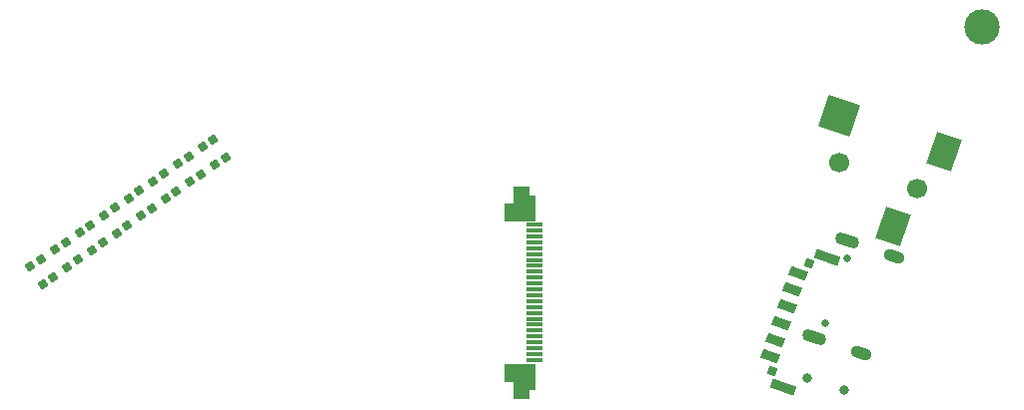
<source format=gts>
%TF.GenerationSoftware,KiCad,Pcbnew,7.0.6*%
%TF.CreationDate,2023-07-20T08:42:54+02:00*%
%TF.ProjectId,dc_sdr,64635f73-6472-42e6-9b69-6361645f7063,rev?*%
%TF.SameCoordinates,Original*%
%TF.FileFunction,Soldermask,Top*%
%TF.FilePolarity,Negative*%
%FSLAX46Y46*%
G04 Gerber Fmt 4.6, Leading zero omitted, Abs format (unit mm)*
G04 Created by KiCad (PCBNEW 7.0.6) date 2023-07-20 08:42:54*
%MOMM*%
%LPD*%
G01*
G04 APERTURE LIST*
G04 Aperture macros list*
%AMHorizOval*
0 Thick line with rounded ends*
0 $1 width*
0 $2 $3 position (X,Y) of the first rounded end (center of the circle)*
0 $4 $5 position (X,Y) of the second rounded end (center of the circle)*
0 Add line between two ends*
20,1,$1,$2,$3,$4,$5,0*
0 Add two circle primitives to create the rounded ends*
1,1,$1,$2,$3*
1,1,$1,$4,$5*%
%AMRotRect*
0 Rectangle, with rotation*
0 The origin of the aperture is its center*
0 $1 length*
0 $2 width*
0 $3 Rotation angle, in degrees counterclockwise*
0 Add horizontal line*
21,1,$1,$2,0,0,$3*%
G04 Aperture macros list end*
%ADD10C,0.010000*%
%ADD11RotRect,0.800000X2.100000X251.200000*%
%ADD12RotRect,0.700000X0.700000X251.200000*%
%ADD13RotRect,0.800000X1.500000X251.200000*%
%ADD14RotRect,0.700000X0.700000X124.800000*%
%ADD15R,1.400000X0.300000*%
%ADD16C,1.700000*%
%ADD17RotRect,2.800000X2.200000X251.200000*%
%ADD18RotRect,2.800000X2.800000X251.200000*%
%ADD19C,3.000000*%
%ADD20C,0.800000*%
%ADD21C,0.650000*%
%ADD22HorizOval,1.000000X-0.378434X0.129567X0.378434X-0.129567X0*%
%ADD23HorizOval,1.000000X-0.520347X0.178155X0.520347X-0.178155X0*%
G04 APERTURE END LIST*
%TO.C,Display1*%
D10*
X177681000Y-85528000D02*
X178181000Y-85528000D01*
X178181000Y-87678000D01*
X175681000Y-87678000D01*
X175681000Y-86228000D01*
X176381000Y-86228000D01*
X176381000Y-84828000D01*
X177681000Y-84828000D01*
X177681000Y-85528000D01*
G36*
X177681000Y-85528000D02*
G01*
X178181000Y-85528000D01*
X178181000Y-87678000D01*
X175681000Y-87678000D01*
X175681000Y-86228000D01*
X176381000Y-86228000D01*
X176381000Y-84828000D01*
X177681000Y-84828000D01*
X177681000Y-85528000D01*
G37*
X178181000Y-102028000D02*
X177681000Y-102028000D01*
X177681000Y-102728000D01*
X176381000Y-102728000D01*
X176381000Y-101328000D01*
X175681000Y-101328000D01*
X175681000Y-99878000D01*
X178181000Y-99878000D01*
X178181000Y-102028000D01*
G36*
X178181000Y-102028000D02*
G01*
X177681000Y-102028000D01*
X177681000Y-102728000D01*
X176381000Y-102728000D01*
X176381000Y-101328000D01*
X175681000Y-101328000D01*
X175681000Y-99878000D01*
X178181000Y-99878000D01*
X178181000Y-102028000D01*
G37*
%TD*%
D11*
%TO.C,U9*%
X203025142Y-90776353D03*
D12*
X201478677Y-91285124D03*
X198352700Y-100467621D03*
D11*
X199267524Y-101814283D03*
D13*
X200556195Y-92133078D03*
X200072797Y-93553052D03*
X198622601Y-97812974D03*
X198139203Y-99232948D03*
X199106000Y-96393000D03*
X199589398Y-94973026D03*
%TD*%
D14*
%TO.C,D3*%
X139634727Y-88694766D03*
X140537991Y-88066981D03*
X141582397Y-89569684D03*
X140679133Y-90197469D03*
%TD*%
%TO.C,D8*%
X150063322Y-81446704D03*
X150966586Y-80818919D03*
X152010992Y-82321622D03*
X151107728Y-82949407D03*
%TD*%
%TO.C,D7*%
X147977603Y-82896316D03*
X148880867Y-82268531D03*
X149925273Y-83771234D03*
X149022009Y-84399019D03*
%TD*%
%TO.C,D6*%
X145891884Y-84345928D03*
X146795148Y-83718143D03*
X147839554Y-85220846D03*
X146936290Y-85848631D03*
%TD*%
%TO.C,D5*%
X143806165Y-85795541D03*
X144709429Y-85167756D03*
X145753835Y-86670459D03*
X144850571Y-87298244D03*
%TD*%
%TO.C,D4*%
X141720446Y-87245153D03*
X142623710Y-86617368D03*
X143668116Y-88120071D03*
X142764852Y-88747856D03*
%TD*%
%TO.C,D2*%
X137549008Y-90144378D03*
X138452272Y-89516593D03*
X139496678Y-91019296D03*
X138593414Y-91647081D03*
%TD*%
%TO.C,D1*%
X135463289Y-91593991D03*
X136366553Y-90966206D03*
X137410959Y-92468909D03*
X136507695Y-93096694D03*
%TD*%
D15*
%TO.C,Display1*%
X178181000Y-88028000D03*
X178181000Y-88528000D03*
X178181000Y-89028000D03*
X178181000Y-89528000D03*
X178181000Y-90028000D03*
X178181000Y-90528000D03*
X178181000Y-91028000D03*
X178181000Y-91528000D03*
X178181000Y-92028000D03*
X178181000Y-92528000D03*
X178181000Y-93028000D03*
X178181000Y-93528000D03*
X178181000Y-94028000D03*
X178181000Y-94528000D03*
X178181000Y-95028000D03*
X178181000Y-95528000D03*
X178181000Y-96028000D03*
X178181000Y-96528000D03*
X178181000Y-97028000D03*
X178181000Y-97528000D03*
X178181000Y-98028000D03*
X178181000Y-98528000D03*
X178181000Y-99028000D03*
X178181000Y-99528000D03*
%TD*%
D16*
%TO.C,J2*%
X210646623Y-85006664D03*
X204020078Y-82750804D03*
D17*
X208602256Y-88219227D03*
X212880320Y-81858554D03*
D18*
X203981817Y-78829257D03*
%TD*%
D19*
%TO.C,REF\u002A\u002A*%
X216154000Y-71247000D03*
%TD*%
D20*
%TO.C,RESET1*%
X204470000Y-102108000D03*
%TD*%
%TO.C,BOOT1*%
X201344164Y-101043879D03*
%TD*%
D21*
%TO.C,J1*%
X204719569Y-90910008D03*
X202847326Y-96378382D03*
D22*
X208664365Y-90749122D03*
D23*
X204709728Y-89395148D03*
D22*
X205865719Y-98923300D03*
D23*
X201911082Y-97569325D03*
%TD*%
M02*

</source>
